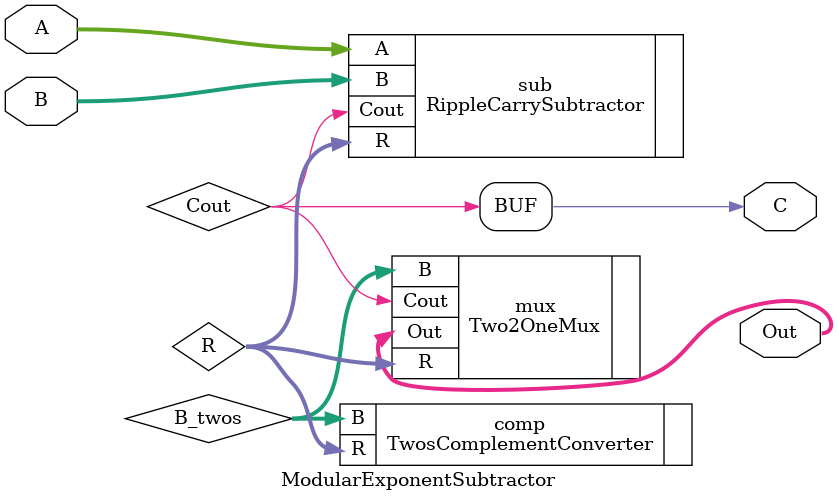
<source format=sv>
module ModularExponentSubtractor #(parameter N = 8) (
    input  [N-1:0] A, B,
    output [N-1:0] Out,
    output C
);
    wire [N-1:0] R, B_twos;
    wire Cout;

    RippleCarrySubtractor #(N) sub (
        .A(A), 
        .B(B), 
        .R(R), 
        .Cout(Cout)
    );

    TwosComplementConverter #(N) comp (
        .R(R), 
        .B(B_twos)
    );

    Two2OneMux #(N) mux (
        .R(R), 
        .B(B_twos), 
        .Cout(Cout), 
        .Out(Out)
    );

    assign C = Cout;

endmodule
</source>
